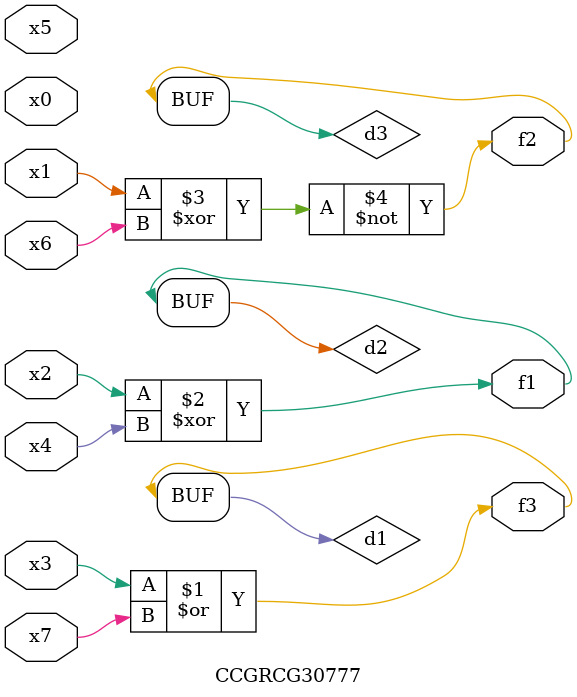
<source format=v>
module CCGRCG30777(
	input x0, x1, x2, x3, x4, x5, x6, x7,
	output f1, f2, f3
);

	wire d1, d2, d3;

	or (d1, x3, x7);
	xor (d2, x2, x4);
	xnor (d3, x1, x6);
	assign f1 = d2;
	assign f2 = d3;
	assign f3 = d1;
endmodule

</source>
